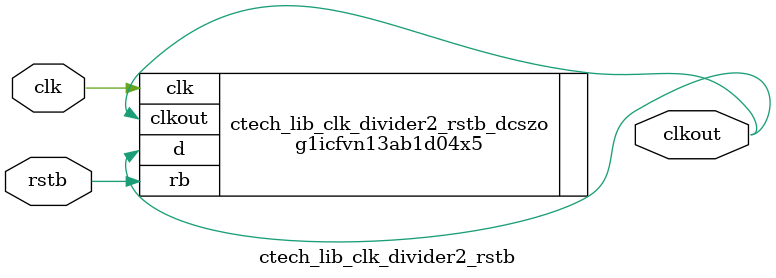
<source format=sv>

module ctech_lib_clk_divider2_rstb (
   output logic clkout,
   input logic clk,
   input logic rstb );

   g1icfvn13ab1d04x5 ctech_lib_clk_divider2_rstb_dcszo  (.clk(clk), .clkout(clkout), .d(clkout), .rb(rstb)); 

endmodule // ctech_lib_clk_divider2_rstb


</source>
